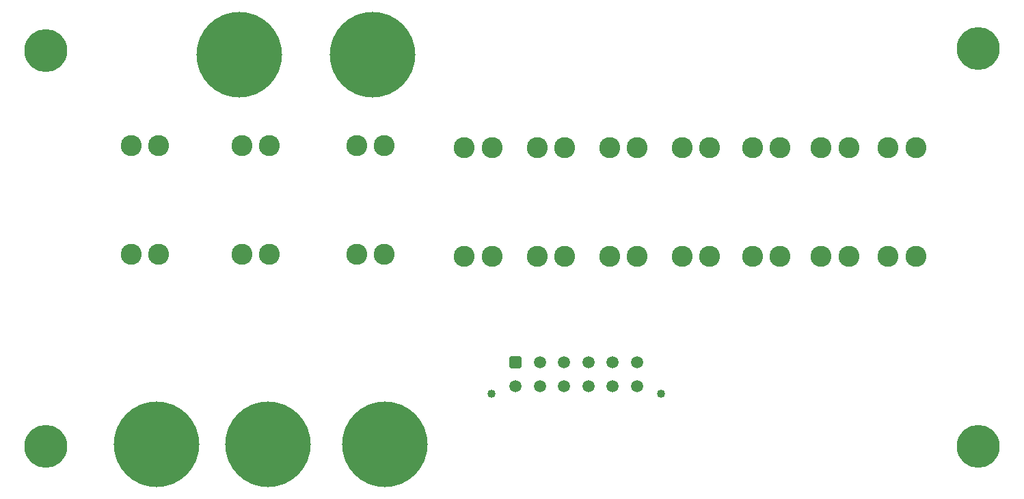
<source format=gbr>
%TF.GenerationSoftware,KiCad,Pcbnew,9.0.4*%
%TF.CreationDate,2026-02-19T19:41:56-08:00*%
%TF.ProjectId,Power_board,506f7765-725f-4626-9f61-72642e6b6963,rev?*%
%TF.SameCoordinates,Original*%
%TF.FileFunction,Soldermask,Bot*%
%TF.FilePolarity,Negative*%
%FSLAX46Y46*%
G04 Gerber Fmt 4.6, Leading zero omitted, Abs format (unit mm)*
G04 Created by KiCad (PCBNEW 9.0.4) date 2026-02-19 19:41:56*
%MOMM*%
%LPD*%
G01*
G04 APERTURE LIST*
G04 Aperture macros list*
%AMRoundRect*
0 Rectangle with rounded corners*
0 $1 Rounding radius*
0 $2 $3 $4 $5 $6 $7 $8 $9 X,Y pos of 4 corners*
0 Add a 4 corners polygon primitive as box body*
4,1,4,$2,$3,$4,$5,$6,$7,$8,$9,$2,$3,0*
0 Add four circle primitives for the rounded corners*
1,1,$1+$1,$2,$3*
1,1,$1+$1,$4,$5*
1,1,$1+$1,$6,$7*
1,1,$1+$1,$8,$9*
0 Add four rect primitives between the rounded corners*
20,1,$1+$1,$2,$3,$4,$5,0*
20,1,$1+$1,$4,$5,$6,$7,0*
20,1,$1+$1,$6,$7,$8,$9,0*
20,1,$1+$1,$8,$9,$2,$3,0*%
G04 Aperture macros list end*
%ADD10C,5.300000*%
%ADD11C,2.604000*%
%ADD12C,1.020000*%
%ADD13RoundRect,0.250001X-0.499999X-0.499999X0.499999X-0.499999X0.499999X0.499999X-0.499999X0.499999X0*%
%ADD14C,1.500000*%
%ADD15C,10.600000*%
G04 APERTURE END LIST*
D10*
%TO.C,H6*%
X159000000Y-42750000D03*
%TD*%
D11*
%TO.C,F4*%
X107750000Y-55000000D03*
X104350000Y-55000000D03*
X107750000Y-68470000D03*
X104350000Y-68470000D03*
%TD*%
D12*
%TO.C,J2*%
X98700000Y-85500000D03*
X119700000Y-85500000D03*
D13*
X101700000Y-81560000D03*
D14*
X104700000Y-81560000D03*
X107700000Y-81560000D03*
X110700000Y-81560000D03*
X113700000Y-81560000D03*
X116700000Y-81560000D03*
X101700000Y-84560000D03*
X104700000Y-84560000D03*
X107700000Y-84560000D03*
X110700000Y-84560000D03*
X113700000Y-84560000D03*
X116700000Y-84560000D03*
%TD*%
D11*
%TO.C,F1*%
X71200000Y-54765000D03*
X67800000Y-54765000D03*
X71200000Y-68235000D03*
X67800000Y-68235000D03*
%TD*%
%TO.C,F3*%
X98750000Y-55000000D03*
X95350000Y-55000000D03*
X98750000Y-68470000D03*
X95350000Y-68470000D03*
%TD*%
D10*
%TO.C,H7*%
X159000000Y-92000000D03*
%TD*%
D11*
%TO.C,F5*%
X116750000Y-55000000D03*
X113350000Y-55000000D03*
X116750000Y-68470000D03*
X113350000Y-68470000D03*
%TD*%
D10*
%TO.C,H8*%
X43500000Y-92000000D03*
%TD*%
%TO.C,H5*%
X43500000Y-43000000D03*
%TD*%
D15*
%TO.C,H4*%
X85500000Y-91750000D03*
%TD*%
D11*
%TO.C,F8*%
X142950000Y-55015000D03*
X139550000Y-55015000D03*
X142950000Y-68485000D03*
X139550000Y-68485000D03*
%TD*%
D15*
%TO.C,H2*%
X57250000Y-91750000D03*
%TD*%
D11*
%TO.C,F6*%
X125750000Y-55030000D03*
X122350000Y-55030000D03*
X125750000Y-68500000D03*
X122350000Y-68500000D03*
%TD*%
%TO.C,F9*%
X151250000Y-55030000D03*
X147850000Y-55030000D03*
X151250000Y-68500000D03*
X147850000Y-68500000D03*
%TD*%
D15*
%TO.C,H9*%
X84000000Y-43500000D03*
%TD*%
%TO.C,H1*%
X67500000Y-43500000D03*
%TD*%
%TO.C,H3*%
X71000000Y-91750000D03*
%TD*%
D11*
%TO.C,F2*%
X85450000Y-54765000D03*
X82050000Y-54765000D03*
X85450000Y-68235000D03*
X82050000Y-68235000D03*
%TD*%
%TO.C,F10*%
X57450000Y-54765000D03*
X54050000Y-54765000D03*
X57450000Y-68235000D03*
X54050000Y-68235000D03*
%TD*%
%TO.C,F7*%
X134450000Y-55015000D03*
X131050000Y-55015000D03*
X134450000Y-68485000D03*
X131050000Y-68485000D03*
%TD*%
M02*

</source>
